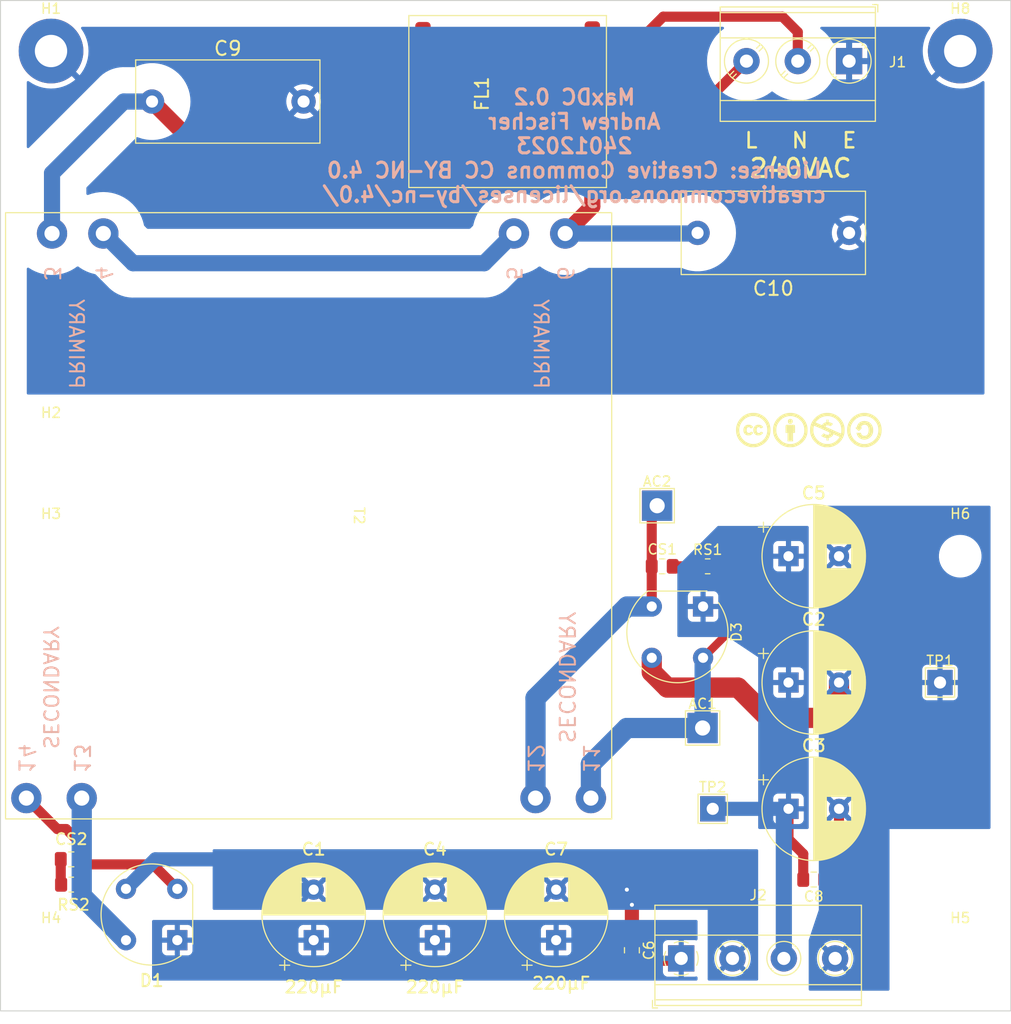
<source format=kicad_pcb>
(kicad_pcb (version 20211014) (generator pcbnew)
  (layers (0 "F.Cu" signal) (31 "B.Cu" signal) (34 "B.Paste" user) (35 "F.Paste" user) (36 "B.SilkS" user "B.Silkscreen") (37 "F.SilkS" user "F.Silkscreen") (38 "B.Mask" user) (39 "F.Mask" user) (44 "Edge.Cuts" user))
  (net 0 "")
  (net 1 "Net-(AC1-Pad1)")
  (net 2 "Net-(AC2-Pad1)")
  (net 3 "T1")
  (net 4 "Net-(CS1-Pad2)")
  (net 5 "Net-(C9-Pad1)")
  (net 6 "Net-(FL1-Pad4)")
  (net 7 "Earth_Protective")
  (net 8 "Net-(FL1-Pad1)")
  (net 9 "Net-(T2-Pad4)")
  (net 10 "T2")
  (net 11 "T3")
  (net 12 "T4")
  (net 13 "Net-(CS2-Pad1)")
  (net 14 "Net-(CS2-Pad2)")
  (net 15 "Net-(D1-Pad4)")
  (net 16 "Net-(C10-Pad2)")
  (footprint "TerminalBlock_Phoenix:TerminalBlock_Phoenix_MKDS-3-3-5.08_1x03_P5.08mm_Horizontal" (layer "F.Cu") (at 184 56 180)
    (fp_text reference "J1" (at -4.8 -0.1) (layer "F.SilkS"))
    (fp_text value "L   N   E" (at 4.8 -7.85) (layer "F.SilkS") (effects (font (size 1.5 1.5) (thickness 0.25))))
    (pad "1" thru_hole rect (at 0 0 180) (size 2.6 2.6) (drill 1.3) (layers *.Cu *.Mask) (net 7 "Earth_Protective"))
    (pad "2" thru_hole circle (at 5.08 0 180) (size 2.6 2.6) (drill 1.3) (layers *.Cu *.Mask) (net 6 "Net-(FL1-Pad4)"))
    (pad "3" thru_hole circle (at 10.16 0 180) (size 2.6 2.6) (drill 1.3) (layers *.Cu *.Mask) (net 8 "Net-(FL1-Pad1)"))
  )
  (footprint "Diode_THT:Diode_Bridge_Round_D9.8mm" (layer "F.Cu") (at 169.545 109.975 -90)
    (fp_text reference "D3" (at 2.54 -3.302 90) (layer "F.SilkS"))
    (fp_text value "W01G")
    (pad "1" thru_hole rect (at 0 0 270) (size 2 2) (drill 1) (layers *.Cu *.Mask) (net 11 "T3"))
    (pad "2" thru_hole oval (at 0 5.08 270) (size 2 2) (drill 1) (layers *.Cu *.Mask) (net 2 "Net-(AC2-Pad1)"))
    (pad "3" thru_hole oval (at 5.08 5.08 270) (size 2 2) (drill 1) (layers *.Cu *.Mask) (net 12 "T4"))
    (pad "4" thru_hole oval (at 5.08 0 270) (size 2 2) (drill 1) (layers *.Cu *.Mask) (net 1 "Net-(AC1-Pad1)"))
  )
  (footprint "TestPoint:TestPoint_THTPad_2.5x2.5mm_Drill1.2mm" (layer "F.Cu") (at 170.5 130)
    (fp_text reference "TP2" (at 0 -2.148) (layer "F.SilkS"))
    (fp_text value "TestPoint")
    (pad "1" thru_hole rect (at 0 0) (size 2.5 2.5) (drill 1.2) (layers *.Cu *.Mask) (net 11 "T3"))
  )
  (footprint "Capacitor_SMD:C_0805_2012Metric_Pad1.18x1.45mm_HandSolder" (layer "F.Cu") (at 165.5 106)
    (fp_text reference "CS1" (at 0 -1.68) (layer "F.SilkS"))
    (fp_text value "130pF")
    (pad "1" smd roundrect (at -1.0375 0) (size 1.175 1.45) (layers "F.Cu" "F.Paste" "F.Mask") (roundrect_rratio 0.212766) (net 2 "Net-(AC2-Pad1)"))
    (pad "2" smd roundrect (at 1.0375 0) (size 1.175 1.45) (layers "F.Cu" "F.Paste" "F.Mask") (roundrect_rratio 0.212766) (net 4 "Net-(CS1-Pad2)"))
  )
  (footprint "Diode_THT:Diode_Bridge_Round_D9.8mm" (layer "F.Cu") (at 117.5 143 180)
    (fp_text reference "D1" (at 2.54 -4) (layer "F.SilkS") (effects (font (size 1.2 1.2) (thickness 0.2))))
    (fp_text value "W01G")
    (pad "1" thru_hole rect (at 0 0 180) (size 2 2) (drill 1) (layers *.Cu *.Mask) (net 3 "T1"))
    (pad "2" thru_hole oval (at 0 5.08 180) (size 2 2) (drill 1) (layers *.Cu *.Mask) (net 13 "Net-(CS2-Pad1)"))
    (pad "3" thru_hole oval (at 5.08 5.08 180) (size 2 2) (drill 1) (layers *.Cu *.Mask) (net 10 "T2"))
    (pad "4" thru_hole oval (at 5.08 0 180) (size 2 2) (drill 1) (layers *.Cu *.Mask) (net 15 "Net-(D1-Pad4)"))
  )
  (footprint "Capacitor_SMD:C_0805_2012Metric_Pad1.18x1.45mm_HandSolder" (layer "F.Cu") (at 107 135 180)
    (fp_text reference "CS2" (at 0 2) (layer "F.SilkS") (effects (font (size 1.1 1.1) (thickness 0.18))))
    (fp_text value "130pF" hide)
    (pad "1" smd roundrect (at -1.0375 0 180) (size 1.175 1.45) (layers "F.Cu" "F.Paste" "F.Mask") (roundrect_rratio 0.212766) (net 13 "Net-(CS2-Pad1)"))
    (pad "2" smd roundrect (at 1.0375 0 180) (size 1.175 1.45) (layers "F.Cu" "F.Paste" "F.Mask") (roundrect_rratio 0.212766) (net 14 "Net-(CS2-Pad2)"))
  )
  (footprint "Capacitor_THT:CP_Radial_D10.0mm_P5.00mm" (layer "F.Cu") (at 155 143 90)
    (fp_text reference "C7" (at 9 0 180) (layer "F.SilkS") (effects (font (size 1.2 1.2) (thickness 0.2))))
    (fp_text value "220µF" (at -4.264646 0.5 180) (layer "F.SilkS") (effects (font (size 1.2 1.2) (thickness 0.2))))
    (pad "1" thru_hole rect (at 0 0 90) (size 2 2) (drill 1) (layers *.Cu *.Mask) (net 3 "T1"))
    (pad "2" thru_hole circle (at 5 0 90) (size 2 2) (drill 1) (layers *.Cu *.Mask) (net 10 "T2"))
  )
  (footprint "Capacitor_THT:C_Rect_L18.0mm_W8.0mm_P15.00mm_FKS3_FKP3" (layer "F.Cu") (at 184 73 180)
    (fp_text reference "C10" (at 7.5 -5.5 180) (layer "F.SilkS") (effects (font (size 1.4 1.4) (thickness 0.2))))
    (fp_text value "22nF")
    (pad "1" thru_hole circle (at 0 0 180) (size 2.4 2.4) (drill 1.2) (layers *.Cu *.Mask) (net 7 "Earth_Protective"))
    (pad "2" thru_hole circle (at 15 0 180) (size 2.4 2.4) (drill 1.2) (layers *.Cu *.Mask) (net 16 "Net-(C10-Pad2)"))
  )
  (footprint "CoilCraft:L_CoilCraft_CG3528AL" (layer "F.Cu") (at 150.2 60 90)
    (fp_text reference "FL1" (at 0.762 -2.54 90 unlocked) (layer "F.SilkS") (effects (font (size 1.3 1.3) (thickness 0.2))))
    (fp_text value "CG3528-ALD")
    (pad "1" smd roundrect (at 5.6515 -8.382 90) (size 4.445 1.524) (layers "F.Cu" "F.Paste" "F.Mask") (net 8 "Net-(FL1-Pad1)"))
    (pad "2" smd roundrect (at -5.715 -8.382 90) (size 4.445 1.524) (layers "F.Cu" "F.Paste" "F.Mask") (net 5 "Net-(C9-Pad1)"))
    (pad "3" smd roundrect (at -5.6515 8.382 90) (size 4.445 1.524) (layers "F.Cu" "F.Paste" "F.Mask") (net 16 "Net-(C10-Pad2)"))
    (pad "4" smd roundrect (at 5.715 8.382 90) (size 4.445 1.524) (layers "F.Cu" "F.Paste" "F.Mask") (net 6 "Net-(FL1-Pad4)"))
  )
  (footprint "MountingHole:MountingHole_3.2mm_M3" (layer "F.Cu") (at 195 95)
    (fp_text reference "H7" hide)
    (fp_text value "M3")
    (pad "" np_thru_hole circle (at 0 0) (size 3.2 3.2) (drill 3.2) (layers *.Cu *.Mask))
  )
  (footprint "Capacitor_THT:CP_Radial_D10.0mm_P5.00mm" (layer "F.Cu") (at 178 130)
    (fp_text reference "C3" (at 2.5 -6.25) (layer "F.SilkS") (effects (font (size 1.2 1.2) (thickness 0.2))))
    (fp_text value "220µF")
    (pad "1" thru_hole rect (at 0 0) (size 2 2) (drill 1) (layers *.Cu *.Mask) (net 11 "T3"))
    (pad "2" thru_hole circle (at 5 0) (size 2 2) (drill 1) (layers *.Cu *.Mask) (net 12 "T4"))
  )
  (footprint "Capacitor_THT:CP_Radial_D10.0mm_P5.00mm" (layer "F.Cu") (at 178 117.5)
    (fp_text reference "C2" (at 2.5 -6.25) (layer "F.SilkS") (effects (font (size 1.2 1.2) (thickness 0.2))))
    (fp_text value "220µF")
    (pad "1" thru_hole rect (at 0 0) (size 2 2) (drill 1) (layers *.Cu *.Mask) (net 11 "T3"))
    (pad "2" thru_hole circle (at 5 0) (size 2 2) (drill 1) (layers *.Cu *.Mask) (net 12 "T4"))
  )
  (footprint "MountingHole:MountingHole_3.2mm_M3" (layer "F.Cu") (at 195 145)
    (fp_text reference "H5" (at 0 -4.2) (layer "F.SilkS"))
    (fp_text value "M3")
    (pad "" np_thru_hole circle (at 0 0) (size 3.2 3.2) (drill 3.2) (layers *.Cu *.Mask))
  )
  (footprint "Trafo_Talema_:70060K" (layer "F.Cu") (at 130.5 101 -90)
    (fp_text reference "T2" (at 0 -5 -90 unlocked) (layer "F.SilkS"))
    (fp_text value "70063K")
    (fp_text user "PRIMARY" (at -17 23 -90 unlocked) (layer "B.SilkS") (effects (font (size 1.4 1.4) (thickness 0.2)) (justify mirror)))
    (fp_text user "12" (at 24 -22.46 -90 unlocked) (layer "B.SilkS") (effects (font (size 1.5 1.5) (thickness 0.2)) (justify mirror)))
    (fp_text user "SECONDARY" (at 17 25.54 -90 unlocked) (layer "B.SilkS") (effects (font (size 1.4 1.4) (thickness 0.2)) (justify mirror)))
    (fp_text user "4" (at -24 20.32 -90 unlocked) (layer "B.SilkS") (effects (font (size 1.5 1.5) (thickness 0.2)) (justify mirror)))
    (fp_text user "11" (at 24 -27.94 -90 unlocked) (layer "B.SilkS") (effects (font (size 1.5 1.5) (thickness 0.2)) (justify mirror)))
    (fp_text user "SECONDARY" (at 16 -25.54 -90 unlocked) (layer "B.SilkS") (effects (font (size 1.5 1.5) (thickness 0.2)) (justify mirror)))
    (fp_text user "PRIMARY" (at -17 -23 -90 unlocked) (layer "B.SilkS") (effects (font (size 1.4 1.4) (thickness 0.2)) (justify mirror)))
    (fp_text user "13" (at 24 22.46 -90 unlocked) (layer "B.SilkS") (effects (font (size 1.5 1.5) (thickness 0.2)) (justify mirror)))
    (fp_text user "5" (at -24 -20.32 -90 unlocked) (layer "B.SilkS") (effects (font (size 1.4 1.4) (thickness 0.2)) (justify mirror)))
    (fp_text user "14" (at 24 27.94 -90 unlocked) (layer "B.SilkS") (effects (font (size 1.5 1.5) (thickness 0.2)) (justify mirror)))
    (fp_text user "6" (at -24 -25.4 -90 unlocked) (layer "B.SilkS") (effects (font (size 1.5 1.5) (thickness 0.2)) (justify mirror)))
    (fp_text user "3" (at -24 25.4 -90 unlocked) (layer "B.SilkS") (effects (font (size 1.5 1.5) (thickness 0.2)) (justify mirror)))
    (pad "" np_thru_hole circle (at 0 0 270) (size 5 5) (drill 5) (layers F&B.Cu *.Mask))
    (pad "3" thru_hole circle (at -27.94 25.4 270) (size 3 3) (drill 1.5) (layers *.Cu *.Mask) (net 5 "Net-(C9-Pad1)"))
    (pad "4" thru_hole circle (at -27.94 20.32 270) (size 3 3) (drill 1.5) (layers *.Cu *.Mask) (net 9 "Net-(T2-Pad4)"))
    (pad "5" thru_hole circle (at -27.94 -20.32 270) (size 3 3) (drill 1.5) (layers *.Cu *.Mask) (net 9 "Net-(T2-Pad4)"))
    (pad "6" thru_hole circle (at -27.94 -25.4 270) (size 3 3) (drill 1.5) (layers *.Cu *.Mask) (net 16 "Net-(C10-Pad2)"))
    (pad "11" thru_hole circle (at 27.94 -27.94 270) (size 3 3) (drill 1.5) (layers *.Cu *.Mask) (net 1 "Net-(AC1-Pad1)"))
    (pad "12" thru_hole circle (at 27.94 -22.46 270) (size 3 3) (drill 1.5) (layers *.Cu *.Mask) (net 2 "Net-(AC2-Pad1)"))
    (pad "13" thru_hole circle (at 27.94 22.46 270) (size 3 3) (drill 1.5) (layers *.Cu *.Mask) (net 15 "Net-(D1-Pad4)"))
    (pad "14" thru_hole circle (at 27.94 27.94 270) (size 3 3) (drill 1.5) (layers *.Cu *.Mask) (net 13 "Net-(CS2-Pad1)"))
  )
  (footprint "MountingHole:MountingHole_3.2mm_M3" (layer "F.Cu") (at 105 105)
    (fp_text reference "H3" (at 0 -4.2) (layer "F.SilkS"))
    (fp_text value "M3")
    (pad "" np_thru_hole circle (at 0 0) (size 3.2 3.2) (drill 3.2) (layers *.Cu *.Mask))
  )
  (footprint "MountingHole:MountingHole_3.2mm_M3" (layer "F.Cu") (at 105 95)
    (fp_text reference "H2" (at 0 -4.2) (layer "F.SilkS"))
    (fp_text value "M3")
    (pad "" np_thru_hole circle (at 0 0) (size 3.2 3.2) (drill 3.2) (layers *.Cu *.Mask))
  )
  (footprint "TestPoint:TestPoint_THTPad_2.5x2.5mm_Drill1.2mm" (layer "F.Cu") (at 193 117.5)
    (fp_text reference "TP1" (at 0 -2.148) (layer "F.SilkS"))
    (fp_text value "SE13")
    (pad "1" thru_hole rect (at 0 0) (size 2.5 2.5) (drill 1.2) (layers *.Cu *.Mask) (net 12 "T4"))
  )
  (footprint "Capacitor_SMD:C_0805_2012Metric_Pad1.18x1.45mm_HandSolder" (layer "F.Cu") (at 180.5 137 180)
    (fp_text reference "C8" (at 0 -1.68) (layer "F.SilkS"))
    (fp_text value "1nF")
    (pad "1" smd roundrect (at -1.0375 0 180) (size 1.175 1.45) (layers "F.Cu" "F.Paste" "F.Mask") (roundrect_rratio 0.212766) (net 12 "T4"))
    (pad "2" smd roundrect (at 1.0375 0 180) (size 1.175 1.45) (layers "F.Cu" "F.Paste" "F.Mask") (roundrect_rratio 0.212766) (net 11 "T3"))
  )
  (footprint "MountingHole:MountingHole_3.2mm_M3_Pad" (layer "F.Cu") (at 105 55)
    (fp_text reference "H1" (at 0 -4.2) (layer "F.SilkS"))
    (fp_text value "M3")
    (pad "1" thru_hole circle (at 0 0) (size 6.4 6.4) (drill 3.2) (layers *.Cu *.Mask) (net 7 "Earth_Protective"))
  )
  (footprint "Capacitor_SMD:C_0805_2012Metric_Pad1.18x1.45mm_HandSolder" (layer "F.Cu") (at 162.5 144 -90)
    (fp_text reference "C6" (at 0 -1.68 90) (layer "F.SilkS"))
    (fp_text value "1nF")
    (pad "1" smd roundrect (at -1.0375 0 270) (size 1.175 1.45) (layers "F.Cu" "F.Paste" "F.Mask") (roundrect_rratio 0.212766) (net 10 "T2"))
    (pad "2" smd roundrect (at 1.0375 0 270) (size 1.175 1.45) (layers "F.Cu" "F.Paste" "F.Mask") (roundrect_rratio 0.212766) (net 3 "T1"))
  )
  (footprint "TestPoint:TestPoint_THTPad_3.0x3.0mm_Drill1.5mm" (layer "F.Cu") (at 169.5 122)
    (fp_text reference "AC1" (at 0 -2.398) (layer "F.SilkS"))
    (fp_text value "SE13")
    (pad "1" thru_hole rect (at 0 0) (size 3 3) (drill 1.5) (layers *.Cu *.Mask) (net 1 "Net-(AC1-Pad1)"))
  )
  (footprint "MountingHole:MountingHole_3.2mm_M3" (layer "F.Cu") (at 195 105)
    (fp_text reference "H6" (at 0 -4.2) (layer "F.SilkS"))
    (fp_text value "M3")
    (pad "" np_thru_hole circle (at 0 0) (size 3.2 3.2) (drill 3.2) (layers *.Cu *.Mask))
  )
  (footprint "TerminalBlock_Phoenix:TerminalBlock_Phoenix_MKDS-1,5-4-5.08_1x04_P5.08mm_Horizontal" (layer "F.Cu") (at 167.38 144.805)
    (fp_text reference "J2" (at 7.62 -6.26) (layer "F.SilkS"))
    (fp_text value "Screw_Terminal_01x04")
    (pad "1" thru_hole rect (at 0 0) (size 2.6 2.6) (drill 1.3) (layers *.Cu *.Mask) (net 3 "T1"))
    (pad "2" thru_hole circle (at 5.08 0) (size 2.6 2.6) (drill 1.3) (layers *.Cu *.Mask) (net 10 "T2"))
    (pad "3" thru_hole circle (at 10.16 0) (size 2.6 2.6) (drill 1.3) (layers *.Cu *.Mask) (net 11 "T3"))
    (pad "4" thru_hole circle (at 15.24 0) (size 2.6 2.6) (drill 1.3) (layers *.Cu *.Mask) (net 12 "T4"))
  )
  (footprint "Capacitor_THT:C_Rect_L18.0mm_W8.0mm_P15.00mm_FKS3_FKP3" (layer "F.Cu") (at 115 60)
    (fp_text reference "C9" (at 7.5 -5.25) (layer "F.SilkS") (effects (font (size 1.4 1.4) (thickness 0.2))))
    (fp_text value "22nF")
    (pad "1" thru_hole circle (at 0 0) (size 2.4 2.4) (drill 1.2) (layers *.Cu *.Mask) (net 5 "Net-(C9-Pad1)"))
    (pad "2" thru_hole circle (at 15 0) (size 2.4 2.4) (drill 1.2) (layers *.Cu *.Mask) (net 7 "Earth_Protective"))
  )
  (footprint "MountingHole:MountingHole_3.2mm_M3" (layer "F.Cu") (at 105 145)
    (fp_text reference "H4" (at 0 -4.2) (layer "F.SilkS"))
    (fp_text value "M3")
    (pad "" np_thru_hole circle (at 0 0) (size 3.2 3.2) (drill 3.2) (layers *.Cu *.Mask))
  )
  (footprint "TestPoint:TestPoint_THTPad_3.0x3.0mm_Drill1.5mm" (layer "F.Cu") (at 165 100)
    (fp_text reference "AC2" (at 0 -2.398) (layer "F.SilkS"))
    (fp_text value "SE13")
    (pad "1" thru_hole rect (at 0 0) (size 3 3) (drill 1.5) (layers *.Cu *.Mask) (net 2 "Net-(AC2-Pad1)"))
  )
  (footprint "Symbol:Symbol_Highvoltage_Type1_CopperTop_Small" (layer "F.Cu") (at 187.286 65.9715)
    (fp_text reference "240VAC" (at -8.086 0.6285) (layer "F.SilkS") (effects (font (size 1.8 1.8) (thickness 0.3))))
    (fp_text value "Symbol_HV_Type1_CopperTop_Small" hide)
    (fp_line (start 0 -0.889) (end 1.27 -0.889) (layer "F.Cu") (width 0.381))
    (fp_line (start 1.651 -1.143) (end 0.381 -1.143) (layer "F.Cu") (width 0.381))
    (fp_line (start 0.381 1.397) (end -0.127 1.651) (layer "F.Cu") (width 0.381))
    (fp_line (start 1.016 -0.762) (end -0.127 1.524) (layer "F.Cu") (width 0.381))
    (fp_line (start 1.143 -3.048) (end -0.381 -0.762) (layer "F.Cu") (width 0.381))
    (fp_line (start 0.381 -1.143) (end 2.159 -3.175) (layer "F.Cu") (width 0.381))
    (fp_line (start 1.397 -2.667) (end 1.27 -3.175) (layer "F.Cu") (width 0.381))
    (fp_line (start -0.381 2.032) (end 0.381 1.397) (layer "F.Cu") (width 0.381))
    (fp_line (start -0.381 -0.762) (end 1.016 -0.762) (layer "F.Cu") (width 0.381))
    (fp_line (start -0.127 1.651) (end 1.651 -1.143) (layer "F.Cu") (width 0.381))
    (fp_line (start 2.159 -3.175) (end 1.397 -2.667) (layer "F.Cu") (width 0.381))
    (fp_line (start -0.127 1.524) (end -0.254 1.016) (layer "F.Cu") (width 0.381))
    (fp_line (start 1.397 -2.794) (end 0 -0.889) (layer "F.Cu") (width 0.381))
    (fp_line (start -0.254 1.016) (end -0.381 2.032) (layer "F.Cu") (width 0.381))
  )
  (footprint "Logos_Symbols:CC-BY-ND-SA" (layer "F.Cu") (at 180 92.5)
    (fp_text reference "G***" hide)
    (fp_text value "LOGO" hide)
  )
  (footprint "Capacitor_THT:CP_Radial_D10.0mm_P5.00mm" (layer "F.Cu") (at 131 143 90)
    (fp_text reference "C1" (at 9 0 180) (layer "F.SilkS") (effects (font (size 1.2 1.2) (thickness 0.2))))
    (fp_text value "220µF" (at -4.632323 0 180) (layer "F.SilkS") (effects (font (size 1.2 1.2) (thickness 0.2))))
    (pad "1" thru_hole rect (at 0 0 90) (size 2 2) (drill 1) (layers *.Cu *.Mask) (net 3 "T1"))
    (pad "2" thru_hole circle (at 5 0 90) (size 2 2) (drill 1) (layers *.Cu *.Mask) (net 10 "T2"))
  )
  (footprint "MountingHole:MountingHole_3.2mm_M3_Pad" (layer "F.Cu") (at 195 55)
    (fp_text reference "H8" (at 0 -4.2) (layer "F.SilkS"))
    (fp_text value "M3")
    (pad "1" thru_hole circle (at 0 0) (size 6.4 6.4) (drill 3.2) (layers *.Cu *.Mask) (net 7 "Earth_Protective"))
  )
  (footprint "Capacitor_THT:CP_Radial_D10.0mm_P5.00mm" (layer "F.Cu") (at 143 143 90)
    (fp_text reference "C4" (at 9 0 180) (layer "F.SilkS") (effects (font (size 1.2 1.2) (thickness 0.2))))
    (fp_text value "220µF" (at -4.632323 0 180) (layer "F.SilkS") (effects (font (size 1.2 1.2) (thickness 0.2))))
    (pad "1" thru_hole rect (at 0 0 90) (size 2 2) (drill 1) (layers *.Cu *.Mask) (net 3 "T1"))
    (pad "2" thru_hole circle (at 5 0 90) (size 2 2) (drill 1) (layers *.Cu *.Mask) (net 10 "T2"))
  )
  (footprint "Capacitor_THT:CP_Radial_D10.0mm_P5.00mm" (layer "F.Cu") (at 178 105)
    (fp_text reference "C5" (at 2.5 -6.25) (layer "F.SilkS") (effects (font (size 1.2 1.2) (thickness 0.2))))
    (fp_text value "220µF")
    (pad "1" thru_hole rect (at 0 0) (size 2 2) (drill 1) (layers *.Cu *.Mask) (net 11 "T3"))
    (pad "2" thru_hole circle (at 5 0) (size 2 2) (drill 1) (layers *.Cu *.Mask) (net 12 "T4"))
  )
  (footprint "Resistor_SMD:R_0805_2012Metric_Pad1.20x1.40mm_HandSolder" (layer "F.Cu") (at 170 106)
    (fp_text reference "RS1" (at 0 -1.65) (layer "F.SilkS"))
    (fp_text value "1.69K")
    (pad "1" smd roundrect (at -1 0) (size 1.2 1.4) (layers "F.Cu" "F.Paste" "F.Mask") (roundrect_rratio 0.208333) (net 4 "Net-(CS1-Pad2)"))
    (pad "2" smd roundrect (at 1 0) (size 1.2 1.4) (layers "F.Cu" "F.Paste" "F.Mask") (roundrect_rratio 0.208333) (net 1 "Net-(AC1-Pad1)"))
  )
  (footprint "Resistor_SMD:R_0805_2012Metric_Pad1.20x1.40mm_HandSolder" (layer "F.Cu") (at 107 137.5)
    (fp_text reference "RS2" (at 0.227064 2) (layer "F.SilkS") (effects (font (size 1.1 1.1) (thickness 0.18))))
    (fp_text value "1.69K" hide)
    (pad "1" smd roundrect (at -1 0) (size 1.2 1.4) (layers "F.Cu" "F.Paste" "F.Mask") (roundrect_rratio 0.208333) (net 14 "Net-(CS2-Pad2)"))
    (pad "2" smd roundrect (at 1 0) (size 1.2 1.4) (layers "F.Cu" "F.Paste" "F.Mask") (roundrect_rratio 0.208333) (net 15 "Net-(D1-Pad4)"))
  )
  (gr_rect (start 200 150) (end 100 50) (layer "Edge.Cuts") (width 0.1) (fill none))
  (gr_text "MaxDC 0.2\nAndrew Fischer\n24012023\nLicense: Creative Commons CC BY-NC 4.0\ncreativecommons.org/licenses/by-nc/4.0/" (at 156.8 64.4) (layer "B.SilkS") (effects (font (size 1.5 1.5) (thickness 0.3)) (justify mirror)))
  (segment (start 172 112.6) (end 169.545 115.055) (width 0.8) (layer "F.Cu") (net 1))
  (segment (start 172 107) (end 172 112.6) (width 0.8) (layer "F.Cu") (net 1))
  (segment (start 171 106) (end 172 107) (width 0.8) (layer "F.Cu") (net 1))
  (segment (start 169.5 122) (end 169.5 115.1) (width 1.6) (layer "B.Cu") (net 1))
  (segment (start 158.44 125.56) (end 162 122) (width 2) (layer "B.Cu") (net 1))
  (segment (start 158.44 128.94) (end 158.44 125.56) (width 2) (layer "B.Cu") (net 1))
  (segment (start 162 122) (end 169.5 122) (width 2) (layer "B.Cu") (net 1))
  (segment (start 169.5 115.1) (end 169.545 115.055) (width 1.6) (layer "B.Cu") (net 1))
  (segment (start 164.4625 106) (end 164.4625 109.9725) (width 1) (layer "F.Cu") (net 2))
  (segment (start 164.4625 109.9725) (end 164.465 109.975) (width 1) (layer "F.Cu") (net 2))
  (segment (start 164.4625 106) (end 164.4625 100.5375) (width 1) (layer "F.Cu") (net 2))
  (segment (start 164.4625 100.5375) (end 165 100) (width 1) (layer "F.Cu") (net 2))
  (segment (start 152.96 119.04) (end 152.96 128.94) (width 2) (layer "B.Cu") (net 2))
  (segment (start 164.465 109.975) (end 162.025 109.975) (width 2) (layer "B.Cu") (net 2))
  (segment (start 162.025 109.975) (end 152.96 119.04) (width 2) (layer "B.Cu") (net 2))
  (segment (start 167.1475 145.0375) (end 167.38 144.805) (width 1) (layer "F.Cu") (net 3))
  (segment (start 162.5 145.0375) (end 167.1475 145.0375) (width 1) (layer "F.Cu") (net 3))
  (segment (start 166.5375 106) (end 169 106) (width 1) (layer "F.Cu") (net 4))
  (segment (start 120.715 65.715) (end 115 60) (width 1.6) (layer "F.Cu") (net 5))
  (segment (start 141.818 65.715) (end 120.715 65.715) (width 1.6) (layer "F.Cu") (net 5))
  (segment (start 105.1 67.1) (end 112.2 60) (width 1.6) (layer "B.Cu") (net 5))
  (segment (start 105.1 73.06) (end 105.1 67.1) (width 1.6) (layer "B.Cu") (net 5))
  (segment (start 112.2 60) (end 115 60) (width 1.6) (layer "B.Cu") (net 5))
  (segment (start 158.582 54.285) (end 162.915 54.285) (width 1) (layer "F.Cu") (net 6))
  (segment (start 165.6 51.6) (end 177.4 51.6) (width 1) (layer "F.Cu") (net 6))
  (segment (start 177.4 51.6) (end 178.92 53.12) (width 1) (layer "F.Cu") (net 6))
  (segment (start 178.92 53.12) (end 178.92 56) (width 1) (layer "F.Cu") (net 6))
  (segment (start 162.915 54.285) (end 165.6 51.6) (width 1) (layer "F.Cu") (net 6))
  (segment (start 141.818 54.3485) (end 141.818 54.818) (width 1) (layer "F.Cu") (net 8))
  (segment (start 141.818 54.818) (end 147 60) (width 1) (layer "F.Cu") (net 8))
  (segment (start 147 60) (end 169.84 60) (width 1) (layer "F.Cu") (net 8))
  (segment (start 169.84 60) (end 173.84 56) (width 1) (layer "F.Cu") (net 8))
  (segment (start 110.18 73.06) (end 113.12 76) (width 1.6) (layer "B.Cu") (net 9))
  (segment (start 147.88 76) (end 150.82 73.06) (width 1.6) (layer "B.Cu") (net 9))
  (segment (start 113.12 76) (end 147.88 76) (width 1.6) (layer "B.Cu") (net 9))
  (segment (start 162.5 138.5) (end 162 138) (width 1.4) (layer "F.Cu") (net 10))
  (segment (start 162.5 142.9625) (end 162.5 138.5) (width 1.4) (layer "F.Cu") (net 10))
  (via (at 162 138) (size 0.8) (drill 0.4) (layers "F.Cu" "B.Cu") (net 10))
  (via (at 162.5 139.5) (size 0.8) (drill 0.4) (layers "F.Cu" "B.Cu") (net 10))
  (segment (start 122 135) (end 125 138) (width 1.4) (layer "B.Cu") (net 10))
  (segment (start 115.34 135) (end 122 135) (width 1.4) (layer "B.Cu") (net 10))
  (segment (start 125 138) (end 131 138) (width 1.4) (layer "B.Cu") (net 10))
  (segment (start 112.42 137.92) (end 115.34 135) (width 1.4) (layer "B.Cu") (net 10))
  (segment (start 179.4625 137) (end 179.4625 134.4625) (width 1) (layer "F.Cu") (net 11))
  (segment (start 178 133) (end 178 130) (width 1) (layer "F.Cu") (net 11))
  (segment (start 179.4625 134.4625) (end 178 133) (width 1) (layer "F.Cu") (net 11))
  (segment (start 177.54 130.46) (end 178 130) (width 1.6) (layer "B.Cu") (net 11))
  (segment (start 177.54 144.805) (end 177.54 130.46) (width 1.6) (layer "B.Cu") (net 11))
  (segment (start 170.5 130) (end 178 130) (width 1.4) (layer "B.Cu") (net 11))
  (segment (start 181.5375 134.4625) (end 183 133) (width 1) (layer "F.Cu") (net 12))
  (segment (start 181 121) (end 183 119) (width 2) (layer "F.Cu") (net 12))
  (segment (start 173 118) (end 176 121) (width 2) (layer "F.Cu") (net 12))
  (segment (start 166 118) (end 173 118) (width 2) (layer "F.Cu") (net 12))
  (segment (start 183 133) (end 183 130) (width 1) (layer "F.Cu") (net 12))
  (segment (start 176 121) (end 181 121) (width 2) (layer "F.Cu") (net 12))
  (segment (start 181.5375 137) (end 181.5375 134.4625) (width 1) (layer "F.Cu") (net 12))
  (segment (start 164.465 116.465) (end 166 118) (width 2) (layer "F.Cu") (net 12))
  (segment (start 183 119) (end 183 117.5) (width 2) (layer "F.Cu") (net 12))
  (segment (start 164.465 115.055) (end 164.465 116.465) (width 2) (layer "F.Cu") (net 12))
  (segment (start 115.08 135.5) (end 117.5 137.92) (width 1) (layer "F.Cu") (net 13))
  (segment (start 108.0375 133.5375) (end 108.0375 135) (width 1) (layer "F.Cu") (net 13))
  (segment (start 108.0375 135.0375) (end 108.5 135.5) (width 1) (layer "F.Cu") (net 13))
  (segment (start 105.62 132) (end 106.5 132) (width 1) (layer "F.Cu") (net 13))
  (segment (start 106.5 132) (end 108.0375 133.5375) (width 1) (layer "F.Cu") (net 13))
  (segment (start 108.0375 135) (end 108.0375 135.0375) (width 1) (layer "F.Cu") (net 13))
  (segment (start 102.56 128.94) (end 105.62 132) (width 1) (layer "F.Cu") (net 13))
  (segment (start 108.5 135.5) (end 115.08 135.5) (width 1) (layer "F.Cu") (net 13))
  (segment (start 105.9625 135) (end 105.9625 137.4625) (width 1) (layer "F.Cu") (net 14))
  (segment (start 105.9625 137.4625) (end 106 137.5) (width 1) (layer "F.Cu") (net 14))
  (segment (start 108 138.58) (end 108 137.5) (width 1) (layer "F.Cu") (net 15))
  (segment (start 112.42 143) (end 108 138.58) (width 1) (layer "F.Cu") (net 15))
  (segment (start 108.04 138.62) (end 112.42 143) (width 2) (layer "B.Cu") (net 15))
  (segment (start 108.04 128.94) (end 108.04 138.62) (width 2) (layer "B.Cu") (net 15))
  (segment (start 158.582 70.378) (end 155.9 73.06) (width 1.6) (layer "F.Cu") (net 16))
  (segment (start 158.582 65.6515) (end 158.582 70.378) (width 1.6) (layer "F.Cu") (net 16))
  (segment (start 155.9 73.06) (end 168.94 73.06) (width 1.6) (layer "B.Cu") (net 16))
  (segment (start 168.94 73.06) (end 169 73) (width 1.6) (layer "B.Cu") (net 16))
  (zone (net 7) (net_name "Earth_Protective") (layer "B.Cu") (connect_pads (clearance 2.6)) (min_thickness 0.254) (fill yes (thermal_gap 0.508) (thermal_bridge_width 0.6))
    (polygon (pts (xy 200 89) (xy 100 89) (xy 100 50) (xy 200 50)))
  )
  (zone (net 12) (net_name "T4") (layer "B.Cu") (priority 1) (connect_pads (clearance 0.508)) (min_thickness 0.254) (fill yes (thermal_gap 0.508) (thermal_bridge_width 0.508))
    (polygon (pts (xy 198 132) (xy 188 132) (xy 188 148) (xy 180 148) (xy 180 143) (xy 181 140) (xy 181 100) (xy 198 100)))
  )
  (zone (net 10) (net_name "T2") (layer "B.Cu") (priority 1) (connect_pads (clearance 0.508)) (min_thickness 0.254) (fill yes (thermal_gap 0.508) (thermal_bridge_width 0.508))
    (polygon (pts (xy 174 134) (xy 174 140) (xy 121 140) (xy 121 134)))
  )
  (zone (net 10) (net_name "T2") (layer "B.Cu") (priority 1) (connect_pads (clearance 0.508)) (min_thickness 0.254) (fill yes (thermal_gap 0.508) (thermal_bridge_width 0.508))
    (polygon (pts (xy 175 147) (xy 170 147) (xy 170 134) (xy 175 134)))
  )
  (zone (net 3) (net_name "T1") (layer "B.Cu") (priority 1) (connect_pads (clearance 0.508)) (min_thickness 0.254) (fill yes (thermal_gap 0.508) (thermal_bridge_width 0.508))
    (polygon (pts (xy 169 147) (xy 115 147) (xy 115 141) (xy 169 141)))
  )
  (zone (net 11) (net_name "T3") (layer "B.Cu") (priority 1) (connect_pads (clearance 0.508)) (min_thickness 0.254) (fill yes (thermal_gap 0.508) (thermal_bridge_width 0.508))
    (polygon (pts (xy 180 132) (xy 175 132) (xy 175 115) (xy 172 113) (xy 167 113) (xy 167 106) (xy 171 102) (xy 180 102)))
  )
)
</source>
